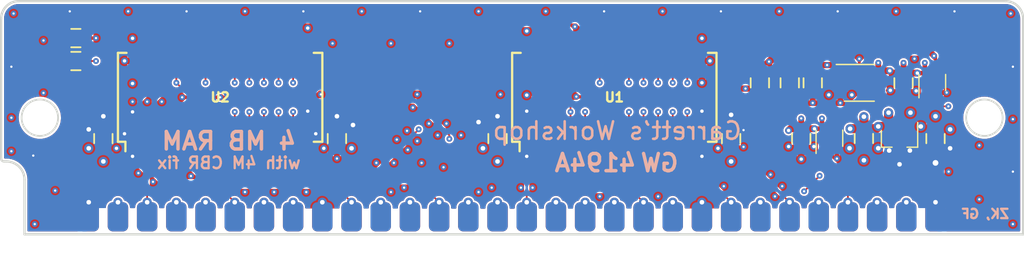
<source format=kicad_pcb>
(kicad_pcb (version 20211014) (generator pcbnew)
  (title_block (title "GW4194A") (date "2021-06-19") (rev "1.0-SOJ") (company "Garrett's Workshop"))
  (layers (0 "F.Cu" signal) (1 "In1.Cu" power) (2 "In2.Cu" signal) (31 "B.Cu" power) (34 "B.Paste" user) (35 "F.Paste" user) (36 "B.SilkS" user "B.Silkscreen") (37 "F.SilkS" user "F.Silkscreen") (38 "B.Mask" user) (39 "F.Mask" user) (44 "Edge.Cuts" user))
  (net 0 "")
  (net 1 "+5V")
  (net 2 "/D0")
  (net 3 "/D1")
  (net 4 "/~{WE}")
  (net 5 "/~{RAS}")
  (net 6 "/~{CAS}")
  (net 7 "/D2")
  (net 8 "/D3")
  (net 9 "GND")
  (net 10 "/D4")
  (net 11 "/D5")
  (net 12 "/D6")
  (net 13 "/A11")
  (net 14 "/D7")
  (net 15 "/QP")
  (net 16 "/~{CASP}")
  (net 17 "/DP")
  (net 18 "/1A0")
  (net 19 "/1A1")
  (net 20 "/1A2")
  (net 21 "/1A3")
  (net 22 "/1A4")
  (net 23 "/1A5")
  (net 24 "/1A6")
  (net 25 "/1A7")
  (net 26 "/1A8")
  (net 27 "/1A10")
  (net 28 "/1A9")
  (net 29 "/~{RWE}")
  (net 30 "/~{OE}")
  (net 31 "/~{WEE}")
  (net 32 "Net-(U4-Pad5)")
  (net 33 "+3V3")
  (net 34 "Net-(R3-Pad2)")
  (net 35 "Net-(R4-Pad2)")
  (net 36 "Net-(C9-Pad1)")
  (footprint "stdpads:C_0805" (layer "F.Cu") (at 85.09 93.257 -90)
    (fp_text reference "C1" hide)
    (fp_text value "2u2" hide)
  )
  (footprint "stdpads:C_0805" (layer "F.Cu") (at 105.41 93.257 -90)
    (fp_text reference "C2" hide)
    (fp_text value "2u2" hide)
  )
  (footprint "stdpads:C_0805" (layer "F.Cu") (at 119.38 93.257 -90)
    (fp_text reference "C3" hide)
    (fp_text value "2u2" hide)
  )
  (footprint "stdpads:C_0805" (layer "F.Cu") (at 157.48 93.257 90)
    (fp_text reference "C5" hide)
    (fp_text value "2u2" hide)
  )
  (footprint "stdpads:SIMM-30_Edge" (layer "F.Cu") (at 120.65 99.822)
    (fp_text reference "J1")
    (fp_text value "DRAM-SIMM-30")
  )
  (footprint "stdpads:R_0805" (layer "F.Cu") (at 82.7 86.5 180)
    (fp_text reference "R1")
    (fp_text value "EDO")
  )
  (footprint "stdpads:R_0805" (layer "F.Cu") (at 82.7 84.5)
    (fp_text reference "R2")
    (fp_text value "FPM")
  )
  (footprint "stdpads:C_0805" (layer "F.Cu") (at 146.8 88.4 -90)
    (fp_text reference "C9")
    (fp_text value "22p")
  )
  (footprint "stdpads:R_0805" (layer "F.Cu") (at 144.8 88.4 -90)
    (fp_text reference "R3")
    (fp_text value "100")
  )
  (footprint "stdpads:NXP_TSSOP-8_3x3mm_P0.65mm" (layer "F.Cu") (at 150.85 88.4)
    (fp_text reference "U4")
    (fp_text value "74LVC1G74DC")
  )
  (footprint "stdpads:SOT-353" (layer "F.Cu") (at 148.25 93.25 -90)
    (fp_text reference "U3")
    (fp_text value "74LVC1G04")
  )
  (footprint "stdpads:SOT-353" (layer "F.Cu") (at 157.2 88.4 -90)
    (fp_text reference "U5")
    (fp_text value "74LVC1G32")
  )
  (footprint "stdpads:C_0805" (layer "F.Cu") (at 154.7 88.4 -90)
    (fp_text reference "C8")
    (fp_text value "2u2")
  )
  (footprint "stdpads:SOT-23" (layer "F.Cu") (at 154.35 93.25 90)
    (fp_text reference "U6")
    (fp_text value "XC6206PxxxMR")
  )
  (footprint "stdpads:C_0805" (layer "F.Cu") (at 151.25 93.25 -90)
    (fp_text reference "C7" hide)
    (fp_text value "2u2" hide)
  )
  (footprint "stdpads:R_0805" (layer "F.Cu") (at 142.2 88.4 90)
    (fp_text reference "R4")
    (fp_text value "100")
  )
  (footprint "stdpads:C_0805" (layer "F.Cu") (at 145.8 93.25 -90)
    (fp_text reference "C6")
    (fp_text value "2u2")
  )
  (footprint "stdpads:SOJ-24-26_300mil" (layer "F.Cu") (at 129.54 89.662 90)
    (fp_text reference "U1")
    (fp_text value "4C4M4")
  )
  (footprint "stdpads:SOJ-24-26_300mil" (layer "F.Cu") (at 95.25 89.662 90)
    (fp_text reference "U2")
    (fp_text value "4C4M4")
  )
  (footprint "stdpads:C_0805" (layer "F.Cu") (at 139.7 93.257 -90)
    (fp_text reference "C4")
    (fp_text value "2u2")
  )
  (gr_circle (center 79.5655 91.44) (end 77.978 91.44) (layer "Edge.Cuts") (width 0.15) (fill none))
  (gr_circle (center 161.7345 91.44) (end 163.322 91.44) (layer "Edge.Cuts") (width 0.15) (fill none))
  (gr_arc (start 163.576 81.28) (mid 164.653631 81.726369) (end 165.1 82.804) (layer "Edge.Cuts") (width 0.2))
  (gr_arc (start 76.2 82.804) (mid 76.646369 81.726369) (end 77.724 81.28) (layer "Edge.Cuts") (width 0.2))
  (gr_line (start 76.6445 95.25) (end 76.454 95.25) (layer "Edge.Cuts") (width 0.2))
  (gr_line (start 78.232 101.6) (end 78.232 96.8375) (layer "Edge.Cuts") (width 0.2))
  (gr_arc (start 76.454 95.25) (mid 76.274395 95.175605) (end 76.2 94.996) (layer "Edge.Cuts") (width 0.2))
  (gr_arc (start 76.6445 95.25) (mid 77.767032 95.714968) (end 78.232 96.8375) (layer "Edge.Cuts") (width 0.2))
  (gr_line (start 76.2 94.996) (end 76.2 82.804) (layer "Edge.Cuts") (width 0.2))
  (gr_line (start 165.1 101.6) (end 78.232 101.6) (layer "Edge.Cuts") (width 0.2))
  (gr_line (start 165.1 82.804) (end 165.1 101.6) (layer "Edge.Cuts") (width 0.2))
  (gr_line (start 77.724 81.28) (end 163.576 81.28) (layer "Edge.Cuts") (width 0.2))
  (gr_text "GW" (at 133.477 95.377) (layer "B.SilkS") (effects (font (size 1.5 1.5) (thickness 0.3)) (justify mirror)))
  (gr_text "4194A" (at 127.889 95.377) (layer "B.SilkS") (effects (font (size 1.5 1.5) (thickness 0.3)) (justify mirror)))
  (gr_text "Garrett’s Workshop" (at 129.794 92.583) (layer "B.SilkS") (effects (font (size 1.524 1.524) (thickness 0.225)) (justify mirror)))
  (gr_text "with 4M CBR fix" (at 96.012 95.377) (layer "B.SilkS") (effects (font (size 1.016 1.016) (thickness 0.2032)) (justify mirror)))
  (gr_text "4 MB RAM" (at 96.012 93.472) (layer "B.SilkS") (effects (font (size 1.524 1.524) (thickness 0.3)) (justify mirror)))
  (gr_text "ZK, GF" (at 161.798 99.822) (layer "B.SilkS") (effects (font (size 0.8128 0.8128) (thickness 0.2032)) (justify mirror)))
  (segment (start 154.35 94.3) (end 155.25 94.3) (width 0.8) (layer "F.Cu") (net 1))
  (segment (start 154.35 94.3) (end 153.45 94.3) (width 0.8) (layer "F.Cu") (net 1))
  (segment (start 154.35 94.3) (end 154.35 95.5) (width 0.8) (layer "F.Cu") (net 1))
  (segment (start 87.63 92.5195) (end 87.63 92.837) (width 0.6) (layer "F.Cu") (net 1))
  (segment (start 155.443 94.107) (end 155.25 94.3) (width 0.8) (layer "F.Cu") (net 1))
  (segment (start 85.09 92.407) (end 87.5175 92.407) (width 0.6) (layer "F.Cu") (net 1))
  (segment (start 87.5175 92.407) (end 87.63 92.5195) (width 0.6) (layer "F.Cu") (net 1))
  (segment (start 105.41 92.407) (end 105.41 91.313) (width 0.762) (layer "F.Cu") (net 1))
  (segment (start 137.209 92.407) (end 137.16 92.456) (width 0.6) (layer "F.Cu") (net 1))
  (segment (start 157.48 98.806) (end 157.48 95.377) (width 1.27) (layer "F.Cu") (net 1))
  (segment (start 139.7 92.407) (end 137.209 92.407) (width 0.6) (layer "F.Cu") (net 1))
  (segment (start 106.475 92.407) (end 106.807 92.075) (width 0.762) (layer "F.Cu") (net 1))
  (segment (start 118.315 92.407) (end 117.729 91.821) (width 0.762) (layer "F.Cu") (net 1))
  (segment (start 121.871 92.407) (end 121.92 92.456) (width 0.6) (layer "F.Cu") (net 1))
  (segment (start 83.869 92.407) (end 83.82 92.456) (width 0.762) (layer "F.Cu") (net 1))
  (segment (start 85.09 92.407) (end 85.09 91.313) (width 0.762) (layer "F.Cu") (net 1))
  (segment (start 137.16 92.456) (end 137.16 92.837) (width 0.6) (layer "F.Cu") (net 1))
  (segment (start 121.92 92.837) (end 121.92 94.8055) (width 0.6) (layer "F.Cu") (net 1))
  (segment (start 157.48 94.107) (end 158.75 94.107) (width 0.8) (layer "F.Cu") (net 1))
  (segment (start 102.87 92.837) (end 103.5685 92.837) (width 0.6) (layer "F.Cu") (net 1))
  (segment (start 137.16 92.837) (end 137.16 94.8055) (width 0.6) (layer "F.Cu") (net 1))
  (segment (start 140.667 92.407) (end 140.7795 92.5195) (width 0.508) (layer "F.Cu") (net 1))
  (segment (start 121.92 92.837) (end 121.92 90.8685) (width 0.6) (layer "F.Cu") (net 1))
  (segment (start 87.63 92.837) (end 86.9315 92.837) (width 0.6) (layer "F.Cu") (net 1))
  (segment (start 87.63 92.837) (end 87.63 94.8055) (width 0.6) (layer "F.Cu") (net 1))
  (segment (start 102.87 92.837) (end 102.87 90.8685) (width 0.6) (layer "F.Cu") (net 1))
  (segment (start 105.41 92.407) (end 106.475 92.407) (width 0.762) (layer "F.Cu") (net 1))
  (segment (start 157.48 94.107) (end 155.443 94.107) (width 0.8) (layer "F.Cu") (net 1))
  (segment (start 157.48 95.377) (end 157.48 94.107) (width 0.762) (layer "F.Cu") (net 1))
  (segment (start 137.16 92.837) (end 137.16 90.8685) (width 0.6) (layer "F.Cu") (net 1))
  (segment (start 102.919 92.407) (end 102.87 92.456) (width 0.6) (layer "F.Cu") (net 1))
  (segment (start 119.38 92.407) (end 118.315 92.407) (width 0.762) (layer "F.Cu") (net 1))
  (segment (start 139.7 92.407) (end 139.7 91.186) (width 0.762) (layer "F.Cu") (net 1))
  (segment (start 105.41 92.407) (end 102.919 92.407) (width 0.6) (layer "F.Cu") (net 1))
  (segment (start 119.38 92.407) (end 121.871 92.407) (width 0.6) (layer "F.Cu") (net 1))
  (segment (start 102.87 92.456) (end 102.87 92.837) (width 0.6) (layer "F.Cu") (net 1))
  (segment (start 87.63 94.112) (end 87.63 90.932) (width 0.6) (layer "F.Cu") (net 1))
  (segment (start 119.38 92.407) (end 119.38 91.313) (width 0.762) (layer "F.Cu") (net 1))
  (segment (start 139.7 92.407) (end 140.667 92.407) (width 0.508) (layer "F.Cu") (net 1))
  (segment (start 87.625 94.107) (end 87.63 94.112) (width 0.508) (layer "F.Cu") (net 1))
  (segment (start 85.09 92.407) (end 83.869 92.407) (width 0.762) (layer "F.Cu") (net 1))
  (segment (start 121.92 92.456) (end 121.92 92.837) (width 0.6) (layer "F.Cu") (net 1))
  (via (at 77.089 86.995) (size 0.508) (drill 0.2) (layers "F.Cu" "B.Cu") (net 1))
  (via (at 164.211 86.995) (size 0.508) (drill 0.2) (layers "F.Cu" "B.Cu") (net 1))
  (via (at 164.211 96.139) (size 0.508) (drill 0.2) (layers "F.Cu" "B.Cu") (net 1))
  (via (at 78.994 94.742) (size 0.508) (drill 0.2) (layers "F.Cu" "B.Cu") (net 1))
  (via (at 159.131 82.169) (size 0.508) (drill 0.2) (layers "F.Cu" "B.Cu") (net 1))
  (via (at 148.971 82.169) (size 0.508) (drill 0.2) (layers "F.Cu" "B.Cu") (net 1))
  (via (at 92.329 82.169) (size 0.508) (drill 0.2) (layers "F.Cu" "B.Cu") (net 1))
  (via (at 102.489 82.169) (size 0.508) (drill 0.2) (layers "F.Cu" "B.Cu") (net 1))
  (via (at 138.811 82.169) (size 0.508) (drill 0.2) (layers "F.Cu" "B.Cu") (net 1))
  (via (at 82.169 82.169) (size 0.508) (drill 0.2) (layers "F.Cu" "B.Cu") (net 1))
  (via (at 112.649 82.169) (size 0.508) (drill 0.2) (layers "F.Cu" "B.Cu") (net 1))
  (via (at 128.651 82.169) (size 0.508) (drill 0.2) (layers "F.Cu" "B.Cu") (net 1))
  (via (at 155.25 94.3) (size 0.8) (drill 0.4) (layers "F.Cu" "B.Cu") (net 1))
  (via (at 154.35 95.5) (size 0.8) (drill 0.4) (layers "F.Cu" "B.Cu") (net 1))
  (via (at 153.45 94.3) (size 0.8) (drill 0.4) (layers "F.Cu" "B.Cu") (net 1))
  (via (at 117.729 91.821) (size 0.8) (drill 0.4) (layers "F.Cu" "B.Cu") (net 1))
  (via (at 102.87 90.8685) (size 0.6) (drill 0.3) (layers "F.Cu" "B.Cu") (net 1))
  (via (at 121.92 90.8685) (size 0.6) (drill 0.3) (layers "F.Cu" "B.Cu") (net 1))
  (via (at 140.7795 92.5195) (size 0.508) (drill 0.2) (layers "F.Cu" "B.Cu") (net 1))
  (via (at 103.5685 92.837) (size 0.6) (drill 0.3) (layers "F.Cu" "B.Cu") (net 1))
  (via (at 87.63 90.932) (size 0.6) (drill 0.3) (layers "F.Cu" "B.Cu") (net 1))
  (via (at 85.09 91.313) (size 0.8) (drill 0.4) (layers "F.Cu" "B.Cu") (net 1))
  (via (at 158.75 94.107) (size 0.8) (drill 0.4) (layers "F.Cu" "B.Cu") (net 1))
  (via (at 106.807 92.075) (size 0.8) (drill 0.4) (layers "F.Cu" "B.Cu") (net 1))
  (via (at 137.16 94.8055) (size 0.6) (drill 0.3) (layers "F.Cu" "B.Cu") (net 1))
  (via (at 87.63 94.8055) (size 0.6) (drill 0.3) (layers "F.Cu" "B.Cu") (net 1))
  (via (at 105.41 91.313) (size 0.8) (drill 0.4) (layers "F.Cu" "B.Cu") (net 1))
  (via (at 86.9315 92.837) (size 0.6) (drill 0.3) (layers "F.Cu" "B.Cu") (net 1))
  (via (at 139.7 91.186) (size 0.8) (drill 0.4) (layers "F.Cu" "B.Cu") (net 1))
  (via (at 83.82 92.456) (size 0.8) (drill 0.4) (layers "F.Cu" "B.Cu") (net 1))
  (via (at 121.92 94.8055) (size 0.6) (drill 0.3) (layers "F.Cu" "B.Cu") (net 1))
  (via (at 137.16 90.8685) (size 0.6) (drill 0.3) (layers "F.Cu" "B.Cu") (net 1))
  (via (at 119.38 91.313) (size 0.8) (drill 0.4) (layers "F.Cu" "B.Cu") (net 1))
  (via (at 157.48 95.377) (size 1) (drill 0.5) (layers "F.Cu" "B.Cu") (net 1))
  (segment (start 88.9 96.266) (end 88.265 95.631) (width 0.1524) (layer "F.Cu") (net 2))
  (segment (start 88.265 89.916) (end 88.9 89.281) (width 0.1524) (layer "F.Cu") (net 2))
  (segment (start 88.9 98.806) (end 88.9 96.266) (width 0.1524) (layer "F.Cu") (net 2))
  (segment (start 88.9 89.281) (end 88.9 85.962) (width 0.1524) (layer "F.Cu") (net 2))
  (segment (start 88.265 95.631) (end 88.265 89.916) (width 0.1524) (layer "F.Cu") (net 2))
  (segment (start 96.52 98.806) (end 95.504 97.79) (width 0.1524) (layer "F.Cu") (net 3))
  (segment (start 95.504 97.79) (end 90.932 97.79) (width 0.1524) (layer "F.Cu") (net 3))
  (segment (start 90.932 97.79) (end 88.9 95.758) (width 0.1524) (layer "F.Cu") (net 3))
  (segment (start 88.9 95.758) (end 88.9 94.112) (width 0.1524) (layer "F.Cu") (net 3))
  (segment (start 156.55 89.25) (end 156.55 90.2) (width 0.1524) (layer "F.Cu") (net 4))
  (segment (start 156.8 90.45) (end 158.6 90.45) (width 0.1524) (layer "F.Cu") (net 4))
  (segment (start 146.7485 97.155) (end 146.05 97.8535) (width 0.1524) (layer "F.Cu") (net 4))
  (segment (start 156.55 90.2) (end 156.8 90.45) (width 0.1524) (layer "F.Cu") (net 4))
  (segment (start 147.4 96.5) (end 146.7485 97.1515) (width 0.1524) (layer "F.Cu") (net 4))
  (segment (start 146.7485 97.1515) (end 146.7485 97.155) (width 0.1524) (layer "F.Cu") (net 4))
  (via (at 146.05 97.8535) (size 0.508) (drill 0.2) (layers "F.Cu" "B.Cu") (net 4))
  (via (at 147.4 96.5) (size 0.508) (drill 0.2) (layers "F.Cu" "B.Cu") (net 4))
  (via (at 158.6 90.45) (size 0.508) (drill 0.2) (layers "F.Cu" "B.Cu") (net 4))
  (segment (start 127 94.112) (end 127 90.932) (width 0.1524) (layer "F.Cu") (net 5))
  (segment (start 112.522 92.456) (end 108.585 96.393) (width 0.1524) (layer "F.Cu") (net 5))
  (segment (start 149.86 96.66) (end 149.86 98.806) (width 0.1524) (layer "F.Cu") (net 5))
  (segment (start 148.25 94.1) (end 148.25 95.05) (width 0.1524) (layer "F.Cu") (net 5))
  (segment (start 108.585 96.393) (end 93.345 96.393) (width 0.1524) (layer "F.Cu") (net 5))
  (segment (start 92.71 95.758) (end 92.71 93.362) (width 0.1524) (layer "F.Cu") (net 5))
  (segment (start 148.25 95.05) (end 149.86 96.66) (width 0.1524) (layer "F.Cu") (net 5))
  (segment (start 93.345 96.393) (end 92.71 95.758) (width 0.1524) (layer "F.Cu") (net 5))
  (segment (start 149.85 100.066) (end 149.86 100.076) (width 0.1524) (layer "F.Cu") (net 5))
  (via (at 127 90.932) (size 0.508) (drill 0.2) (layers "F.Cu" "B.Cu") (net 5))
  (via (at 112.522 92.456) (size 0.508) (drill 0.2) (layers "F.Cu" "B.Cu") (net 5))
  (segment (start 143.5 86.85) (end 143.5 88.05) (width 0.1524) (layer "F.Cu") (net 6))
  (segment (start 138.7 88.4) (end 137.85 89.25) (width 0.1524) (layer "F.Cu") (net 6))
  (segment (start 92.329 89.281) (end 91.44 88.392) (width 0.1524) (layer "F.Cu") (net 6))
  (segment (start 143.15 88.4) (end 138.7 88.4) (width 0.1524) (layer "F.Cu") (net 6))
  (segment (start 114.4905 88.8365) (end 103.759 88.8365) (width 0.1524) (layer "F.Cu") (net 6))
  (segment (start 126.588 89.25) (end 125.73 88.392) (width 0.1524) (layer "F.Cu") (net 6))
  (segment (start 103.759 88.8365) (end 103.3145 89.281) (width 0.1524) (layer "F.Cu") (net 6))
  (segment (start 125.222 83.312) (end 120.015 83.312) (width 0.1524) (layer "F.Cu") (net 6))
  (segment (start 120.015 83.312) (end 114.4905 88.8365) (width 0.1524) (layer "F.Cu") (net 6))
  (segment (start 94.869 89.281) (end 92.329 89.281) (width 0.1524) (layer "F.Cu") (net 6))
  (segment (start 125.73 88.392) (end 125.73 85.212) (width 0.1524) (layer "F.Cu") (net 6))
  (segment (start 150.225 88.075) (end 150.5 87.8) (width 0.1524) (layer "F.Cu") (net 6))
  (segment (start 150.2 86.35) (end 144 86.35) (width 0.1524) (layer "F.Cu") (net 6))
  (segment (start 84.45 86.5) (end 83.65 86.5) (width 0.1524) (layer "F.Cu") (net 6))
  (segment (start 103.3145 89.281) (end 95.631 89.281) (width 0.1524) (layer "F.Cu") (net 6))
  (segment (start 137.85 89.25) (end 126.588 89.25) (width 0.1524) (layer "F.Cu") (net 6))
  (segment (start 95.631 89.281) (end 95.504 89.154) (width 0.1524) (layer "F.Cu") (net 6))
  (segment (start 150.5 86.65) (end 150.2 86.35) (width 0.1524) (layer "F.Cu") (net 6))
  (segment (start 95.504 89.154) (end 94.996 89.154) (width 0.1524) (layer "F.Cu") (net 6))
  (segment (start 125.73 85.212) (end 125.73 83.82) (width 0.1524) (layer "F.Cu") (net 6))
  (segment (start 144 86.35) (end 143.5 86.85) (width 0.1524) (layer "F.Cu") (net 6))
  (segment (start 149.2 88.075) (end 150.225 88.075) (width 0.1524) (layer "F.Cu") (net 6))
  (segment (start 125.73 83.82) (end 125.222 83.312) (width 0.1524) (layer "F.Cu") (net 6))
  (segment (start 91.44 88.392) (end 91.44 85.212) (width 0.1524) (layer "F.Cu") (net 6))
  (segment (start 150.5 87.8) (end 150.5 86.65) (width 0.1524) (layer "F.Cu") (net 6))
  (segment (start 143.5 88.05) (end 143.15 88.4) (width 0.1524) (layer "F.Cu") (net 6))
  (segment (start 94.996 89.154) (end 94.869 89.281) (width 0.1524) (layer "F.Cu") (net 6))
  (via (at 84.45 86.5) (size 0.508) (drill 0.2) (layers "F.Cu" "B.Cu") (net 6))
  (via (at 91.44 88.392) (size 0.508) (drill 0.2) (layers "F.Cu" "B.Cu") (net 6))
  (segment (start 90.17 85.962) (end 90.17 89.281) (width 0.1524) (layer "F.Cu") (net 7))
  (segment (start 105.283 97.409) (end 106.68 98.806) (width 0.1524) (layer "F.Cu") (net 7))
  (segment (start 89.535 95.758) (end 91.186 97.409) (width 0.1524) (layer "F.Cu") (net 7))
  (segment (start 90.17 89.281) (end 89.535 89.916) (width 0.1524) (layer "F.Cu") (net 7))
  (segment (start 91.186 97.409) (end 105.283 97.409) (width 0.1524) (layer "F.Cu") (net 7))
  (segment (start 89.535 89.916) (end 89.535 95.758) (width 0.1524) (layer "F.Cu") (net 7))
  (segment (start 91.44 97.028) (end 112.522 97.028) (width 0.1524) (layer "F.Cu") (net 8))
  (segment (start 90.17 95.758) (end 91.44 97.028) (width 0.1524) (layer "F.Cu") (net 8))
  (segment (start 90.17 94.112) (end 90.17 95.758) (width 0.1524) (layer "F.Cu") (net 8))
  (segment (start 112.522 97.028) (end 114.3 98.806) (width 0.1524) (layer "F.Cu") (net 8))
  (segment (start 155.3 92.2) (end 156.2 92.2) (width 0.8) (layer "F.Cu") (net 9))
  (segment (start 155.3 92.2) (end 155.3 91) (width 0.8) (layer "F.Cu") (net 9))
  (segment (start 146.75 94.1) (end 146.9 93.95) (width 0.6) (layer "F.Cu") (net 9))
  (segment (start 119.38 94.107) (end 118.11 94.107) (width 0.762) (layer "F.Cu") (net 9))
  (segment (start 87.63 86.487) (end 87.63 88.4555) (width 0.6) (layer "F.Cu") (net 9))
  (segment (start 151.25 94.1) (end 151.25 95.15) (width 0.8) (layer "F.Cu") (net 9))
  (segment (start 140.6525 94.107) (end 140.7795 93.98) (width 0.508) (layer "F.Cu") (net 9))
  (segment (start 153.75 89.25) (end 153.55 89.05) (width 0.6) (layer "F.Cu") (net 9))
  (segment (start 154.7 89.25) (end 153.75 89.25) (width 0.6) (layer "F.Cu") (net 9))
  (segment (start 145.8 94.1) (end 146.75 94.1) (width 0.6) (layer "F.Cu") (net 9))
  (segment (start 102.87 86.487) (end 102.87 83.6295) (width 0.6) (layer "F.Cu") (net 9))
  (segment (start 139.7 94.107) (end 138.557 94.107) (width 0.6) (layer "F.Cu") (net 9))
  (segment (start 156.407 92.407) (end 156.2 92.2) (width 0.8) (layer "F.Cu") (net 9))
  (segment (start 148 89.25) (end 148.2 89.45) (width 0.6) (layer "F.Cu") (net 9))
  (segment (start 105.41 94.107) (end 105.41 94.996) (width 0.508) (layer "F.Cu") (net 9))
  (segment (start 119.38 94.107) (end 119.38 95.25) (width 0.762) (layer "F.Cu") (net 9))
  (segment (start 146.8 89.25) (end 148 89.25) (width 0.6) (layer "F.Cu") (net 9))
  (segment (start 121.92 86.487) (end 121.412 86.487) (width 0.6) (layer "F.Cu") (net 9))
  (segment (start 105.41 94.107) (end 106.68 94.107) (width 0.762) (layer "F.Cu") (net 9))
  (segment (start 151.25 94.1) (end 152.5 94.1) (width 0.8) (layer "F.Cu") (net 9))
  (segment (start 102.87 86.487) (end 102.87 88.2015) (width 0.6) (layer "F.Cu") (net 9))
  (segment (start 157.48 92.407) (end 158.701 92.407) (width 0.8) (layer "F.Cu") (net 9))
  (segment (start 85.09 94.107) (end 85.09 95.25) (width 0.762) (layer "F.Cu") (net 9))
  (segment (start 85.09 94.107) (end 83.82 94.107) (width 0.762) (layer "F.Cu") (net 9))
  (segment (start 85.09 94.107) (end 86.233 94.107) (width 0.6) (layer "F.Cu") (net 9))
  (segment (start 144.85 94.1) (end 144.7 93.95) (width 0.6) (layer "F.Cu") (net 9))
  (segment (start 121.92 86.487) (end 121.92 83.8835) (width 0.6) (layer "F.Cu") (net 9))
  (segment (start 83.65 84.5) (end 84.45 84.5) (width 0.1524) (layer "F.Cu") (net 9))
  (segment (start 87.63 86.487) (end 87.63 84.5185) (width 0.6) (layer "F.Cu") (net 9))
  (segment (start 139.7 94.107) (end 139.7 95.25) (width 0.762) (layer "F.Cu") (net 9))
  (segment (start 137.16 86.487) (end 137.8585 86.487) (width 0.6) (layer "F.Cu") (net 9))
  (segment (start 105.41 94.107) (end 104.267 94.107) (width 0.6) (layer "F.Cu") (net 9))
  (segment (start 157.85 89.25) (end 158.45 89.25) (width 0.45) (layer "F.Cu") (net 9))
  (segment (start 137.16 86.487) (end 137.16 84.5185) (width 0.6) (layer "F.Cu") (net 9))
  (segment (start 149.2 89.45) (end 149.2 90.15) (width 0.508) (layer "F.Cu") (net 9))
  (segment (start 145.8 94.1) (end 144.85 94.1) (width 0.6) (layer "F.Cu") (net 9))
  (segment (start 121.92 86.487) (end 121.92 89.4715) (width 0.6) (layer "F.Cu") (net 9))
  (segment (start 154.7 89.25) (end 155.65 89.25) (width 0.6) (layer "F.Cu") (net 9))
  (segment (start 151.25 94.1) (end 150 94.1) (width 0.8) (layer "F.Cu") (net 9))
  (segment (start 102.87 86.487) (end 103.378 86.487) (width 0.6) (layer "F.Cu") (net 9))
  (segment (start 157.48 92.407) (end 156.407 92.407) (width 0.8) (layer "F.Cu") (net 9))
  (segment (start 157.48 92.407) (end 157.48 91.313) (width 0.8) (layer "F.Cu") (net 9))
  (segment (start 145.8 94.1) (end 145.8 95.05) (width 0.6) (layer "F.Cu") (net 9))
  (segment (start 155.65 89.25) (end 155.8 89.1) (width 0.6) (layer "F.Cu") (net 9))
  (segment (start 137.16 85.212) (end 137.16 88.392) (width 0.6) (layer "F.Cu") (net 9))
  (segment (start 146.8 89.25) (end 146.8 90.15) (width 0.508) (layer "F.Cu") (net 9))
  (segment (start 87.63 86.487) (end 86.9315 86.487) (width 0.6) (layer "F.Cu") (net 9))
  (segment (start 149.2 89.45) (end 148.2 89.45) (width 0.6) (layer "F.Cu") (net 9))
  (segment (start 139.7 94.107) (end 140.6525 94.107) (width 0.508) (layer "F.Cu") (net 9))
  (segment (start 148.9 94.1) (end 148.9 95) (width 0.4) (layer "F.Cu") (net 9))
  (segment (start 158.701 92.407) (end 158.75 92.456) (width 0.8) (layer "F.Cu") (net 9))
  (segment (start 149.2 89.45) (end 150.2 89.45) (width 0.6) (layer "F.Cu") (net 9))
  (via (at 112.776 95.377) (size 0.508) (drill 0.2) (layers "F.Cu" "B.Cu") (net 9))
  (via (at 110.617 93.345) (size 0.508) (drill 0.2) (layers "F.Cu" "B.Cu") (net 9))
  (via (at 95.25 89.662) (size 0.508) (drill 0.2) (layers "F.Cu" "B.Cu") (net 9))
  (via (at 112.395 89.408) (size 0.508) (drill 0.2) (layers "F.Cu" "B.Cu") (net 9))
  (via (at 119.634 89.408) (size 0.508) (drill 0.2) (layers "F.Cu" "B.Cu") (net 9))
  (via (at 92.71 96.52) (size 0.508) (drill 0.2) (layers "F.Cu" "B.Cu") (net 9))
  (via (at 111.252 97.536) (size 0.508) (drill 0.2) (layers "F.Cu" "B.Cu") (net 9))
  (via (at 117.729 97.917) (size 0.508) (drill 0.2) (layers "F.Cu" "B.Cu") (net 9))
  (via (at 118.872 97.536) (size 0.508) (drill 0.2) (layers "F.Cu" "B.Cu") (net 9))
  (via (at 139.065 97.409) (size 0.508) (drill 0.2) (layers "F.Cu" "B.Cu") (net 9))
  (via (at 89.408 97.028) (size 0.508) (drill 0.2) (layers "F.Cu" "B.Cu") (net 9))
  (via (at 88.138 96.266) (size 0.508) (drill 0.2) (layers "F.Cu" "B.Cu") (net 9))
  (via (at 114.173 92.964) (size 0.508) (drill 0.2) (layers "F.Cu" "B.Cu") (net 9))
  (via (at 114.935 91.948) (size 0.508) (drill 0.2) (layers "F.Cu" "B.Cu") (net 9))
  (via (at 114.681 95.758) (size 0.508) (drill 0.2) (layers "F.Cu" "B.Cu") (net 9))
  (via (at 144.145 97.409) (size 0.508) (drill 0.2) (layers "F.Cu" "B.Cu") (net 9))
  (via (at 143.129 96.393) (size 0.508) (drill 0.2) (layers "F.Cu" "B.Cu") (net 9))
  (via (at 88.9 90.043) (size 0.508) (drill 0.2) (layers "F.Cu" "B.Cu") (net 9))
  (via (at 87.63 90.043) (size 0.508) (drill 0.2) (layers "F.Cu" "B.Cu") (net 9))
  (via (at 90.17 90.043) (size 0.508) (drill 0.2) (layers "F.Cu" "B.Cu") (net 9))
  (via (at 91.948 89.662) (size 0.508) (drill 0.2) (layers "F.Cu" "B.Cu") (net 9))
  (via (at 126.238 89.5985) (size 0.508) (drill 0.2) (layers "F.Cu" "B.Cu") (net 9))
  (via (at 112.395 93.472) (size 0.508) (drill 0.2) (layers "F.Cu" "B.Cu") (net 9))
  (via (at 113.411 91.948) (size 0.508) (drill 0.2) (layers "F.Cu" "B.Cu") (net 9))
  (via (at 116.205 92.964) (size 0.508) (drill 0.2) (layers "F.Cu" "B.Cu") (net 9))
  (via (at 111.506 92.583) (size 0.508) (drill 0.2) (layers "F.Cu" "B.Cu") (net 9))
  (via (at 121.412 97.536) (size 0.508) (drill 0.2) (layers "F.Cu" "B.Cu") (net 9))
  (via (at 122.428 97.536) (size 0.508) (drill 0.2) (layers "F.Cu" "B.Cu") (net 9))
  (via (at 110.363 95.377) (size 0.508) (drill 0.2) (layers "F.Cu" "B.Cu") (net 9))
  (via (at 164.0205 82.3595) (size 0.508) (drill 0.2) (layers "F.Cu" "B.Cu") (net 9))
  (via (at 164.211 100.711) (size 0.508) (drill 0.2) (layers "F.Cu" "B.Cu") (net 9))
  (via (at 79.121 100.711) (size 0.508) (drill 0.2) (layers "F.Cu" "B.Cu") (net 9))
  (via (at 77.089 94.361) (size 0.508) (drill 0.2) (layers "F.Cu" "B.Cu") (net 9))
  (via (at 77.089 91.44) (size 0.508) (drill 0.2) (layers "F.Cu" "B.Cu") (net 9))
  (via (at 79.883 84.709) (size 0.508) (drill 0.2) (layers "F.Cu" "B.Cu") (net 9))
  (via (at 161.29 93.853) (size 0.508) (drill 0.2) (layers "F.Cu" "B.Cu") (net 9))
  (via (at 161.29 98.552) (size 0.508) (drill 0.2) (layers "F.Cu" "B.Cu") (net 9))
  (via (at 80.899 97.79) (size 0.508) (drill 0.2) (layers "F.Cu" "B.Cu") (net 9))
  (via (at 79.883 89.281) (size 0.508) (drill 0.2) (layers "F.Cu" "B.Cu") (net 9))
  (via (at 133.35 98.298) (size 0.508) (drill 0.2) (layers "F.Cu" "B.Cu") (net 9))
  (via (at 110.109 97.917) (size 0.508) (drill 0.2) (layers "F.Cu" "B.Cu") (net 9))
  (via (at 102.743 97.917) (size 0.508) (drill 0.2) (layers "F.Cu" "B.Cu") (net 9))
  (via (at 99.949 97.917) (size 0.508) (drill 0.2) (layers "F.Cu" "B.Cu") (net 9))
  (via (at 97.409 97.917) (size 0.508) (drill 0.2) (layers "F.Cu" "B.Cu") (net 9))
  (via (at 158.623 96.139) (size 0.508) (drill 0.2) (layers "F.Cu" "B.Cu") (net 9))
  (via (at 111.5695 94.234) (size 0.508) (drill 0.2) (layers "F.Cu" "B.Cu") (net 9))
  (via (at 104.013 89.408) (size 0.508) (drill 0.2) (layers "F.Cu" "B.Cu") (net 9))
  (via (at 108.839 95.377) (size 0.508) (drill 0.2) (layers "F.Cu" "B.Cu") (net 9))
  (via (at 112.014 90.551) (size 0.508) (drill 0.2) (layers "F.Cu" "B.Cu") (net 9))
  (via (at 164.211 91.567) (size 0.508) (drill 0.2) (layers "F.Cu" "B.Cu") (net 9))
  (via (at 77.2795 82.3595) (size 0.508) (drill 0.2) (layers "F.Cu" "B.Cu") (net 9))
  (via (at 154.051 82.169) (size 0.508) (drill 0.2) (layers "F.Cu" "B.Cu") (net 9))
  (via (at 87.249 82.169) (size 0.508) (drill 0.2) (layers "F.Cu" "B.Cu") (net 9))
  (via (at 97.409 82.169) (size 0.508) (drill 0.2) (layers "F.Cu" "B.Cu") (net 9))
  (via (at 143.891 82.169) (size 0.508) (drill 0.2) (layers "F.Cu" "B.Cu") (net 9))
  (via (at 110.109 84.963) (size 0.508) (drill 0.2) (layers "F.Cu" "B.Cu") (net 9))
  (via (at 105.029 84.963) (size 0.508) (drill 0.2) (layers "F.Cu" "B.Cu") (net 9))
  (via (at 115.189 84.963) (size 0.508) (drill 0.2) (layers "F.Cu" "B.Cu") (net 9))
  (via (at 126.111 83.5025) (size 0.508) (drill 0.2) (layers "F.Cu" "B.Cu") (net 9))
  (via (at 107.569 82.169) (size 0.508) (drill 0.2) (layers "F.Cu" "B.Cu") (net 9))
  (via (at 117.729 82.169) (size 0.508) (drill 0.2) (layers "F.Cu" "B.Cu") (net 9))
  (via (at 123.571 82.169) (size 0.508) (drill 0.2) (layers "F.Cu" "B.Cu") (net 9))
  (via (at 133.731 82.169) (size 0.508) (drill 0.2) (layers "F.Cu" "B.Cu") (net 9))
  (via (at 128.27 98.298) (size 0.508) (drill 0.2) (layers "F.Cu" "B.Cu") (net 9))
  (via (at 143.51 98.298) (size 0.508) (drill 0.2) (layers "F.Cu" "B.Cu") (net 9))
  (via (at 157.35 86.05) (size 0.508) (drill 0.2) (layers "F.Cu" "B.Cu") (net 9))
  (via (at 156.2 92.2) (size 0.8) (drill 0.4) (layers "F.Cu" "B.Cu") (net 9))
  (via (at 148.05 86.85) (size 0.508) (drill 0.2) (layers "F.Cu" "B.Cu") (net 9))
  (via (at 155.65 86.3) (size 0.508) (drill 0.2) (layers "F.Cu" "B.Cu") (net 9))
  (via (at 150.85 86.3) (size 0.508) (drill 0.2) (layers "F.Cu" "B.Cu") (net 9))
  (via (at 143 86.55) (size 0.508) (drill 0.2) (layers "F.Cu" "B.Cu") (net 9))
  (via (at 140.95 88.9) (size 0.508) (drill 0.2) (layers "F.Cu" "B.Cu") (net 9))
  (via (at 137.16 84.5185) (size 0.6) (drill 0.3) (layers "F.Cu" "B.Cu") (net 9))
  (via (at 137.16 88.392) (size 0.6) (drill 0.3) (layers "F.Cu" "B.Cu") (net 9))
  (via (at 150 94.1) (size 0.8) (drill 0.4) (layers "F.Cu" "B.Cu") (net 9))
  (via (at 149.2 90.15) (size 0.508) (drill 0.2) (layers "F.Cu" "B.Cu") (net 9))
  (via (at 102.87 83.6295) (size 0.6) (drill 0.3) (layers "F.Cu" "B.Cu") (net 9))
  (via (at 105.41 94.996) (size 0.508) (drill 0.2) (layers "F.Cu" "B.Cu") (net 9))
  (via (at 140.7795 93.98) (size 0.508) (drill 0.2) (layers "F.Cu" "B.Cu") (net 9))
  (via (at 121.92 89.4715) (size 0.6) (drill 0.3) (layers "F.Cu" "B.Cu") (net 9))
  (via (at 84.45 84.5) (size 0.508) (drill 0.2) (layers "F.Cu" "B.Cu") (net 9))
  (via (at 145.8 95.05) (size 0.6) (drill 0.3) (layers "F.Cu" "B.Cu") (net 9))
  (via (at 87.63 84.5185) (size 0.6) (drill 0.3) (layers "F.Cu" "B.Cu") (net 9))
  (via (at 151.25 95.15) (size 0.8) (drill 0.4) (layers "F.Cu" "B.Cu") (net 9))
  (via (at 83.82 94.107) (size 0.8) (drill 0.4) (layers "F.Cu" "B.Cu") (net 9))
  (via (at 119.38 95.25) (size 0.8) (drill 0.4) (layers "F.Cu" "B.Cu") (net 9))
  (via (at 158.75 92.456) (size 0.8) (drill 0.4) (layers "F.Cu" "B.Cu") (net 9))
  (via (at 85.09 95.25) (size 0.8) (drill 0.4) (layers "F.Cu" "B.Cu") (net 9))
  (via (at 148.2 89.45) (size 0.6) (drill 0.3) (layers "F.Cu" "B.Cu") (net 9))
  (via (at 146.9 93.95) (size 0.6) (drill 0.3) (layers "F.Cu" "B.Cu") (net 9))
  (via (at 153.55 89.05) (size 0.6) (drill 0.3) (layers "F.Cu" "B.Cu") (net 9))
  (via (at 121.92 83.8835) (size 0.6) (drill 0.3) (layers "F.Cu" "B.Cu") (net 9))
  (via (at 139.7 95.25) (size 0.8) (drill 0.4) (layers "F.Cu" "B.Cu") (net 9))
  (via (at 86.9315 86.487) (size 0.6) (drill 0.3) (layers "F.Cu" "B.Cu") (net 9))
  (via (at 148.9 95) (size 0.508) (drill 0.2) (layers "F.Cu" "B.Cu") (net 9))
  (via (at 138.557 94.107) (size 0.6) (drill 0.3) (layers "F.Cu" "B.Cu") (net 9))
  (via (at 144.7 93.95) (size 0.6) (drill 0.3) (layers "F.Cu" "B.Cu") (net 9))
  (via (at 157.48 91.313) (size 0.8) (drill 0.4) (layers "F.Cu" "B.Cu") (net 9))
  (via (at 158.45 89.25) (size 0.508) (drill 0.2) (layers "F.Cu" "B.Cu") (net 9))
  (via (at 137.8585 86.487) (size 0.6) (drill 0.3) (layers "F.Cu" "B.Cu") (net 9))
  (via (at 118.11 94.107) (size 0.8) (drill 0.4) (layers "F.Cu" "B.Cu") (net 9))
  (via (at 104.267 94.107) (size 0.6) (drill 0.3) (layers "F.Cu" "B.Cu") (net 9))
  (via (at 150.2 89.45) (size 0.6) (drill 0.3) (layers "F.Cu" "B.Cu") (net 9))
  (via (at 86.233 94.107) (size 0.6) (drill 0.3) (layers "F.Cu" "B.Cu") (net 9))
  (via (at 106.68 94.107) (size 0.8) (drill 0.4) (layers "F.Cu" "B.Cu") (net 9))
  (via (at 87.63 88.4555) (size 0.6) (drill 0.3) (layers "F.Cu" "B.Cu") (net 9))
  (via (at 155.8 89.1) (size 0.6) (drill 0.3) (layers "F.Cu" "B.Cu") (net 9))
  (via (at 155.3 91) (size 0.8) (drill 0.4) (layers "F.Cu" "B.Cu") (net 9))
  (via (at 152.5 94.1) (size 0.8) (drill 0.4) (layers "F.Cu" "B.Cu") (net 9))
  (via (at 146.8 90.15) (size 0.508) (drill 0.2) (layers "F.Cu" "B.Cu") (net 9))
  (segment (start 122.555 95.8215) (end 122.555 89.662) (width 0.1524) (layer "F.Cu") (net 10))
  (segment (start 122.555 95.8215) (end 121.92 96.4565) (width 0.1524) (layer "F.Cu") (net 10))
  (segment (start 123.19 89.027) (end 122.555 89.662) (width 0.1524) (layer "F.Cu") (net 10))
  (segment (start 121.92 96.4565) (end 121.92 98.806) (width 0.1524) (layer "F.Cu") (net 10))
  (segment (start 123.19 85.962) (end 123.19 89.027) (width 0.1524) (layer "F.Cu") (net 10))
  (segment (start 123.19 96.266) (end 124.714 97.79) (width 0.1524) (layer "F.Cu") (net 11))
  (segment (start 123.19 93.362) (end 123.19 96.266) (width 0.1524) (layer "F.Cu") (net 11))
  (segment (start 124.714 97.79) (end 131.064 97.79) (width 0.1524) (layer "F.Cu") (net 11))
  (segment (start 131.064 97.79) (end 132.08 98.806) (width 0.1524) (layer "F.Cu") (net 11))
  (segment (start 124.46 89.027) (end 123.825 89.662) (width 0.1524) (layer "F.Cu") (net 12))
  (segment (start 123.825 89.662) (end 123.825 96.012) (width 0.1524) (layer "F.Cu") (net 12))
  (segment (start 123.825 96.012) (end 124.968 97.155) (width 0.1524) (layer "F.Cu") (net 12))
  (segment (start 138.049 97.155) (end 139.7 98.806) (width 0.1524) (layer "F.Cu") (net 12))
  (segment (start 124.968 97.155) (end 138.049 97.155) (width 0.1524) (layer "F.Cu") (net 12))
  (segment (start 124.46 85.212) (end 124.46 89.027) (width 0.1524) (layer "F.Cu") (net 12))
  (segment (start 124.46 93.362) (end 124.46 95.758) (width 0.1524) (layer "F.Cu") (net 14))
  (segment (start 125.222 96.52) (end 142.494 96.52) (width 0.1524) (layer "F.Cu") (net 14))
  (segment (start 142.494 96.52) (end 144.78 98.806) (width 0.1524) (layer "F.Cu") (net 14))
  (segment (start 124.46 95.758) (end 125.222 96.52) (width 0.1524) (layer "F.Cu") (net 14))
  (segment (start 100.33 94.112) (end 100.33 90.932) (width 0.1524) (layer "F.Cu") (net 18))
  (segment (start 132.08 93.362) (end 132.08 90.932) (width 0.1524) (layer "F.Cu") (net 18))
  (via (at 132.08 90.932) (size 0.508) (drill 0.2) (layers "F.Cu" "B.Cu") (net 18))
  (via (at 100.33 90.932) (size 0.508) (drill 0.2) (layers "F.Cu" "B.Cu") (net 18))
  (segment (start 99.06 90.932) (end 99.06 93.362) (width 0.1524) (layer "F.Cu") (net 19))
  (segment (start 133.35 94.112) (end 133.35 90.932) (width 0.1524) (layer "F.Cu") (net 19))
  (via (at 99.06 90.932) (size 0.508) (drill 0.2) (layers "F.Cu" "B.Cu") (net 19))
  (via (at 133.35 90.932) (size 0.508) (drill 0.2) (layers "F.Cu" "B.Cu") (net 19))
  (segment (start 134.62 94.112) (end 134.62 90.932) (width 0.1524) (layer "F.Cu") (net 20))
  (segment (start 97.79 90.932) (end 97.79 93.362) (width 0.1524) (layer "F.Cu") (net 20))
  (via (at 97.79 90.932) (size 0.508) (drill 0.2) (layers "F.Cu" "B.Cu") (net 20))
  (via (at 134.62 90.932) (size 0.508) (drill 0.2) (layers "F.Cu" "B.Cu") (net 20))
  (segment (start 135.89 94.112) (end 135.89 90.932) (width 0.1524) (layer "F.Cu") (net 21))
  (segment (start 96.52 90.932) (end 96.52 93.362) (width 0.1524) (layer "F.Cu") (net 21))
  (via (at 135.89 90.932) (size 0.508) (drill 0.2) (layers "F.Cu" "B.Cu") (net 21))
  (via (at 96.52 90.932) (size 0.508) (drill 0.2) (layers "F.Cu" "B.Cu") (net 21))
  (segment (start 135.89 85.212) (end 135.89 88.392) (width 0.1524) (layer "F.Cu") (net 22))
  (segment (start 93.98 85.212) (end 93.98 88.392) (width 0.1524) (layer "F.Cu") (net 22))
  (via (at 93.98 88.392) (size 0.508) (drill 0.2) (layers "F.Cu" "B.Cu") (net 22))
  (via (at 135.89 88.392) (size 0.508) (drill 0.2) (layers "F.Cu" "B.Cu") (net 22))
  (segment (start 96.52 88.392) (end 96.52 85.962) (width 0.1524) (layer "F.Cu") (net 23))
  (segment (start 134.62 85.962) (end 134.62 88.392) (width 0.1524) (layer "F.Cu") (net 23))
  (via (at 96.52 88.392) (size 0.508) (drill 0.2) (layers "F.Cu" "B.Cu") (net 23))
  (via (at 134.62 88.392) (size 0.508) (drill 0.2) (layers "F.Cu" "B.Cu") (net 23))
  (segment (start 97.79 88.392) (end 97.79 85.962) (width 0.1524) (layer "F.Cu") (net 24))
  (segment (start 133.35 85.212) (end 133.35 88.392) (width 0.1524) (layer "F.Cu") (net 24))
  (via (at 133.35 88.392) (size 0.508) (drill 0.2) (layers "F.Cu" "B.Cu") (net 24))
  (via (at 97.79 88.392) (size 0.508) (drill 0.2) (layers "F.Cu" "B.Cu") (net 24))
  (segment (start 99.06 88.392) (end 99.06 85.962) (width 0.1524) (layer "F.Cu") (net 25))
  (segment (start 132.08 85.212) (end 132.08 88.392) (width 0.1524) (layer "F.Cu") (net 25))
  (via (at 132.08 88.392) (size 0.508) (drill 0.2) (layers "F.Cu" "B.Cu") (net 25))
  (via (at 99.06 88.392) (size 0.508) (drill 0.2) (layers "F.Cu" "B.Cu") (net 25))
  (segment (start 100.33 85.212) (end 100.33 88.392) (width 0.1524) (layer "F.Cu") (net 26))
  (segment (start 130.81 85.212) (end 130.81 88.392) (width 0.1524) (layer "F.Cu") (net 26))
  (via (at 130.81 88.392) (size 0.508) (drill 0.2) (layers "F.Cu" "B.Cu") (net 26))
  (via (at 100.33 88.392) (size 0.508) (drill 0.2) (layers "F.Cu" "B.Cu") (net 26))
  (segment (start 101.6 94.112) (end 101.6 90.932) (width 0.1524) (layer "F.Cu") (net 27))
  (segment (start 130.81 94.112) (end 130.81 90.932) (width 0.1524) (layer "F.Cu") (net 27))
  (via (at 101.6 90.932) (size 0.508) (drill 0.2) (layers "F.Cu" "B.Cu") (net 27))
  (via (at 130.81 90.932) (size 0.508) (drill 0.2) (layers "F.Cu" "B.Cu") (net 27))
  (segment (start 128.27 85.212) (end 128.27 88.392) (width 0.1524) (layer "F.Cu") (net 28))
  (segment (start 101.6 85.212) (end 101.6 88.392) (width 0.1524) (layer "F.Cu") (net 28))
  (via (at 101.6 88.392) (size 0.508) (drill 0.2) (layers "F.Cu" "B.Cu") (net 28))
  (via (at 128.27 88.392) (size 0.508) (drill 0.2) (layers "F.Cu" "B.Cu") (net 28))
  (segment (start 125.73 94.112) (end 125.73 90.932) (width 0.1524) (layer "F.Cu") (net 29))
  (segment (start 115.189 93.2815) (end 115.189 92.964) (width 0.1524) (layer "F.Cu") (net 29))
  (segment (start 91.44 90.932) (end 91.44 94.112) (width 0.1524) (layer "F.Cu") (net 29))
  (segment (start 126.4285 90.1065) (end 126.0935 90.1065) (width 0.1524) (layer "F.Cu") (net 29))
  (segment (start 94.869 90.043) (end 92.329 90.043) (width 0.1524) (layer "F.Cu") (net 29))
  (segment (start 112.2045 89.9795) (end 95.6945 89.9795) (width 0.1524) (layer "F.Cu") (net 29))
  (segment (start 115.189 92.964) (end 112.2045 89.9795) (width 0.1524) (layer "F.Cu") (net 29))
  (segment (start 125.73 90.47) (end 125.73 90.932) (width 0.1524) (layer "F.Cu") (net 29))
  (segment (start 139.1 89.4) (end 138.5 90) (width 0.1524) (layer "F.Cu") (net 29))
  (segment (start 92.329 90.043) (end 91.44 90.932) (width 0.1524) (layer "F.Cu") (net 29))
  (segment (start 94.996 90.17) (end 94.869 90.043) (width 0.1524) (layer "F.Cu") (net 29))
  (segment (start 142.2 89.35) (end 142.15 89.4) (width 0.1524) (layer "F.Cu") (net 29))
  (segment (start 138.5 90) (end 126.535 90) (width 0.1524) (layer "F.Cu") (net 29))
  (segment (start 126.535 90) (end 126.4285 90.1065) (width 0.1524) (layer "F.Cu") (net 29))
  (segment (start 95.6945 89.9795) (end 95.504 90.17) (width 0.1524) (layer "F.Cu") (net 29))
  (segment (start 142.15 89.4) (end 139.1 89.4) (width 0.1524) (layer "F.Cu") (net 29))
  (segment (start 95.504 90.17) (end 94.996 90.17) (width 0.1524) (layer "F.Cu") (net 29))
  (segment (start 126.0935 90.1065) (end 125.73 90.47) (width 0.1524) (layer "F.Cu") (net 29))
  (via (at 125.73 90.932) (size 0.508) (drill 0.2) (layers "F.Cu" "B.Cu") (net 29))
  (via (at 115.189 93.2815) (size 0.508) (drill 0.2) (layers "F.Cu" "B.Cu") (net 29))
  (segment (start 127 83.66125) (end 127 85.212) (width 0.1524) (layer "F.Cu") (net 30))
  (segment (start 82.1555 82.9945) (end 91.8845 82.9945) (width 0.1524) (layer "F.Cu") (net 30))
  (segment (start 81.75 84.5) (end 81.75 83.4) (width 0.1524) (layer "F.Cu") (net 30))
  (segment (start 92.71 83.82) (end 92.71 85.212) (width 0.1524) (layer "F.Cu") (net 30))
  (segment (start 81.75 84.5) (end 81.75 86.5) (width 0.1524) (layer "F.Cu") (net 30))
  (segment (start 81.75 83.4) (end 82.1555 82.9945) (width 0.1524) (layer "F.Cu") (net 30))
  (segment (start 91.8845 82.9945) (end 92.71 83.82) (width 0.1524) (layer "F.Cu") (net 30))
  (segment (start 126.33325 82.9945) (end 127 83.66125) (width 0.1524) (layer "F.Cu") (net 30))
  (segment (start 93.5355 82.9945) (end 126.33325 82.9945) (width 0.1524) (layer "F.Cu") (net 30))
  (segment (start 92.71 83.82) (end 93.5355 82.9945) (width 0.1524) (layer "F.Cu") (net 30))
  (segment (start 157.2 86.6) (end 157.2 89.25) (width 0.1524) (layer "F.Cu") (net 31))
  (segment (start 151.2 86.65) (end 152.05 85.8) (width 0.1524) (layer "F.Cu") (net 31))
  (segment (start 156.4 85.8) (end 157.2 86.6) (width 0.1524) (layer "F.Cu") (net 31))
  (segment (start 152.05 85.8) (end 156.4 85.8) (width 0.1524) (layer "F.Cu") (net 31))
  (segment (start 150.525 88.725) (end 151.2 88.05) (width 0.1524) (layer "F.Cu") (net 31))
  (segment (start 149.2 88.725) (end 150.525 88.725) (width 0.1524) (layer "F.Cu") (net 31))
  (segment (start 151.2 88.05) (end 151.2 86.65) (width 0.1524) (layer "F.Cu") (net 31))
  (segment (start 153.275 88.075) (end 153.5 87.85) (width 0.1524) (layer "F.Cu") (net 33))
  (segment (start 154.7 87.55) (end 154.7 86.65) (width 0.508) (layer "F.Cu") (net 33))
  (segment (start 156.55 87.55) (end 156.55 86.65) (width 0.4) (layer "F.Cu") (net 33))
  (segment (start 152.5 88.075) (end 153.275 88.075) (width 0.1524) (layer "F.Cu") (net 33))
  (segment (start 152.5 87.35) (end 152.5 86.65) (width 0.508) (layer "F.Cu") (net 33))
  (segment (start 147.6 92.4) (end 146.95 92.4) (width 0.4) (layer "F.Cu") (net 33))
  (segment (start 153.7 87.55) (end 153.5 87.35) (width 0.6) (layer "F.Cu") (net 33))
  (segment (start 147.6 92.4) (end 147.6 91.5) (width 0.4) (layer "F.Cu") (net 33))
  (segment (start 151.25 92.4) (end 151.25 91.35) (width 0.8) (layer "F.Cu") (net 33))
  (segment (start 153.5 87.85) (end 153.5 87.35) (width 0.1524) (layer "F.Cu") (net 33))
  (segment (start 153.4 92.2) (end 153.4 91) (width 0.8) (layer "F.Cu") (net 33))
  (segment (start 152.3 92.4) (end 152.5 92.2) (width 0.8) (layer "F.Cu") (net 33))
  (segment (start 151.25 92.4) (end 152.3 92.4) (width 0.8) (layer "F.Cu") (net 33))
  (segment (start 152.5 87.35) (end 153.5 87.35) (width 0.6) (layer "F.Cu") (net 33))
  (segment (start 151.25 92.4) (end 150.05 92.4) (width 0.8) (layer "F.Cu") (net 33))
  (segment (start 153.7 87.65) (end 153.7 87.55) (width 0.1524) (layer "F.Cu") (net 33))
  (segment (start 154.7 87.55) (end 153.7 87.55) (width 0.6) (layer "F.Cu") (net 33))
  (segment (start 153.5 87.85) (end 153.7 87.65) (width 0.1524) (layer "F.Cu") (net 33))
  (segment (start 145.8 92.4) (end 144.85 92.4) (width 0.6) (layer "F.Cu") (net 33))
  (segment (start 145.8 92.4) (end 145.8 91.5) (width 0.508) (layer "F.Cu") (net 33))
  (segment (start 145.8 92.4) (end 146.95 92.4) (width 0.6) (layer "F.Cu") (net 33))
  (segment (start 154.7 87.55) (end 155.9 87.55) (width 0.6) (layer "F.Cu") (net 33))
  (segment (start 153.4 92.2) (end 152.5 92.2) (width 0.8) (layer "F.Cu") (net 33))
  (segment (start 144.85 92.4) (end 144.7 92.55) (width 0.6) (layer "F.Cu") (net 33))
  (segment (start 156.55 87.55) (end 155.9 87.55) (width 0.4) (layer "F.Cu") (net 33))
  (via (at 146.95 92.4) (size 0.6) (drill 0.3) (layers "F.Cu" "B.Cu") (net 33))
  (via (at 147.6 91.5) (size 0.508) (drill 0.2) (layers "F.Cu" "B.Cu") (net 33))
  (via (at 154.7 86.65) (size 0.508) (drill 0.2) (layers "F.Cu" "B.Cu") (net 33))
  (via (at 150.05 92.4) (size 0.8) (drill 0.4) (layers "F.Cu" "B.Cu") (net 33))
  (via (at 145.8 91.5) (size 0.508) (drill 0.2) (layers "F.Cu" "B.Cu") (net 33))
  (via (at 153.4 91) (size 0.8) (drill 0.4) (layers "F.Cu" "B.Cu") (net 33))
  (via (at 152.5 86.65) (size 0.508) (drill 0.2) (layers "F.Cu" "B.Cu") (net 33))
  (via (at 144.7 92.55) (size 0.6) (drill 0.3) (layers "F.Cu" "B.Cu") (net 33))
  (via (at 152.5 92.2) (size 0.8) (drill 0.4) (layers "F.Cu" "B.Cu") (net 33))
  (via (at 156.55 86.65) (size 0.508) (drill 0.2) (layers "F.Cu" "B.Cu") (net 33))
  (via (at 151.25 91.35) (size 0.8) (drill 0.4) (layers "F.Cu" "B.Cu") (net 33))
  (via (at 153.5 87.35) (size 0.6) (drill 0.3) (layers "F.Cu" "B.Cu") (net 33))
  (via (at 155.9 87.55) (size 0.6) (drill 0.3) (layers "F.Cu" "B.Cu") (net 33))
  (segment (start 148.9 90.8) (end 148.75 90.65) (width 0.1524) (layer "F.Cu") (net 34))
  (segment (start 151.775 88.725) (end 149.85 90.65) (width 0.1524) (layer "F.Cu") (net 34))
  (segment (start 148.75 90.65) (end 145.3 90.65) (width 0.1524) (layer "F.Cu") (net 34))
  (segment (start 148.9 92.4) (end 148.9 90.8) (width 0.1524) (layer "F.Cu") (net 34))
  (segment (start 152.5 88.725) (end 151.775 88.725) (width 0.1524) (layer "F.Cu") (net 34))
  (segment (start 145.3 90.65) (end 144.8 90.15) (width 0.1524) (layer "F.Cu") (net 34))
  (segment (start 149.85 90.65) (end 149.05 90.65) (width 0.1524) (layer "F.Cu") (net 34))
  (segment (start 149.05 90.65) (end 148.75 90.65) (width 0.1524) (layer "F.Cu") (net 34))
  (segment (start 144.8 90.15) (end 144.8 89.35) (width 0.1524) (layer "F.Cu") (net 34))
  (segment (start 148.9 90.8) (end 149.05 90.65) (width 0.1524) (layer "F.Cu") (net 34))
  (segment (start 142.2 86.6) (end 142.2 87.45) (width 0.1524) (layer "F.Cu") (net 35))
  (segment (start 157.1 85.1) (end 143.7 85.1) (width 0.1524) (layer "F.Cu") (net 35))
  (segment (start 143.7 85.1) (end 142.2 86.6) (width 0.1524) (layer "F.Cu") (net 35))
  (segment (start 157.85 87.55) (end 157.85 85.85) (width 0.1524) (layer "F.Cu") (net 35))
  (segment (start 157.85 85.85) (end 157.1 85.1) (width 0.1524) (layer "F.Cu") (net 35))
  (segment (start 146.7 87.45) (end 146.8 87.55) (width 0.1524) (layer "F.Cu") (net 36))
  (segment (start 147 87.35) (end 146.8 87.55) (width 0.1524) (layer "F.Cu") (net 36))
  (segment (start 144.8 87.45) (end 146.7 87.45) (width 0.1524) (layer "F.Cu") (net 36))
  (segment (start 149.2 87.35) (end 147 87.35) (width 0.1524) (layer "F.Cu") (net 36))
  (zone (net 9) (net_name "GND") (layer "F.Cu") (connect_pads (clearance 0.1524)) (min_thickness 0.1524) (fill yes (thermal_gap 0.1524) (thermal_bridge_width 0.3))
    (polygon (pts (xy 76.2 81.28) (xy 165.1 81.28) (xy 165.1 101.6) (xy 76.2 101.6)))
  )
  (zone (net 0) (net_name "") (layers F&B.Cu) (connect_pads (clearance 0)) (min_thickness 0.254)
    (keepout (tracks allowed) (vias allowed) (pads allowed) (copperpour not_allowed) (footprints allowed))
    (fill (thermal_gap 0.508) (thermal_bridge_width 0.508))
    (polygon (pts (xy 157.48 101.6) (xy 83.82 101.6) (xy 82.931 99.314) (xy 119.761 99.3775) (xy 158.369 99.314)))
  )
  (zone (net 1) (net_name "+5V") (layer "B.Cu") (connect_pads (clearance 0.1524)) (min_thickness 0.1524) (fill yes (thermal_gap 0.1524) (thermal_bridge_width 0.3))
    (polygon (pts (xy 76.2 81.28) (xy 165.1 81.28) (xy 165.1 101.6) (xy 76.2 101.6)))
  )
)
</source>
